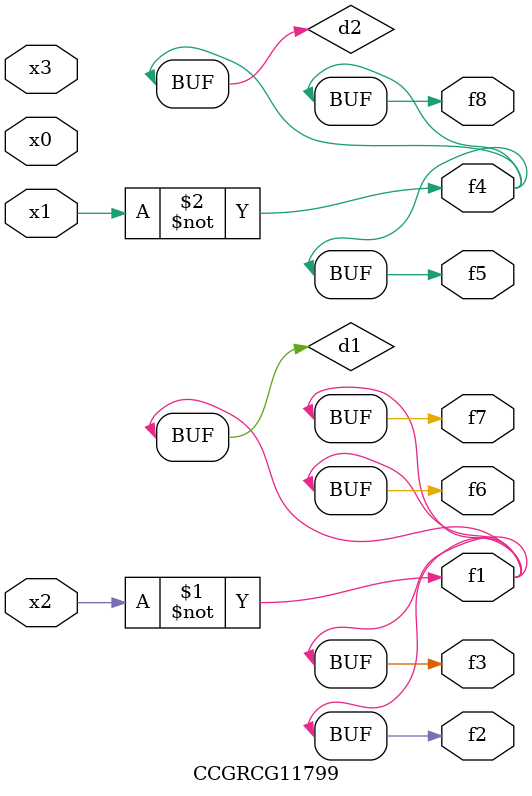
<source format=v>
module CCGRCG11799(
	input x0, x1, x2, x3,
	output f1, f2, f3, f4, f5, f6, f7, f8
);

	wire d1, d2;

	xnor (d1, x2);
	not (d2, x1);
	assign f1 = d1;
	assign f2 = d1;
	assign f3 = d1;
	assign f4 = d2;
	assign f5 = d2;
	assign f6 = d1;
	assign f7 = d1;
	assign f8 = d2;
endmodule

</source>
